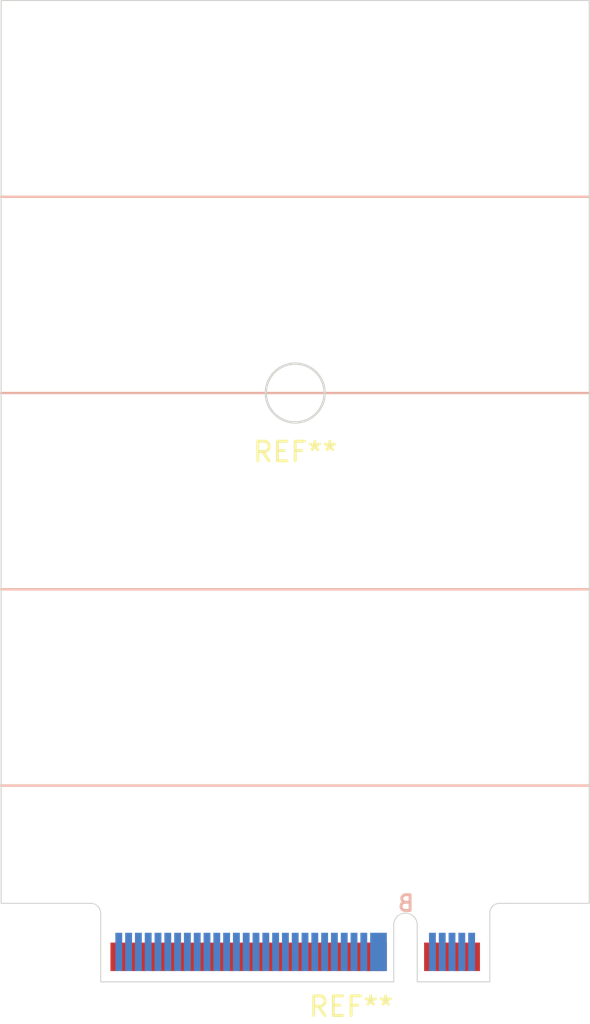
<source format=kicad_pcb>
(kicad_pcb (version 20211014) (generator pcbnew)
  (layers (0 "F.Cu" signal) (31 "B.Cu" signal) (34 "B.Paste" user) (35 "F.Paste" user) (36 "B.SilkS" user "B.Silkscreen") (37 "F.SilkS" user "F.Silkscreen") (38 "B.Mask" user) (39 "F.Mask" user) (44 "Edge.Cuts" user))
  (net 0 "")
  (footprint "ngff:NGFF_3050" (layer "F.Cu") (at 100 100)
    (fp_text reference "NGFF3050")
    (fp_text value "REF**" (at 0 -27) (layer "F.SilkS"))
    (fp_line (start -15 -20) (end 15 -20) (layer "B.SilkS") (width 0.12))
    (fp_line (start 15 -30) (end -15 -30) (layer "B.SilkS") (width 0.12))
    (fp_line (start -15 -10) (end 15 -10) (layer "B.SilkS") (width 0.12))
    (fp_line (start -15 -40) (end 15 -40) (layer "B.SilkS") (width 0.12))
    (fp_line (start 15 -50) (end 15 -4) (layer "Edge.Cuts") (width 0.05))
    (fp_line (start -15 -50) (end -15 -4) (layer "Edge.Cuts") (width 0.05))
    (fp_line (start -11 -4) (end -15 -4) (layer "Edge.Cuts") (width 0.05))
    (fp_line (start 15 -4) (end 11 -4) (layer "Edge.Cuts") (width 0.05))
    (fp_line (start 15 -50) (end -15 -50) (layer "Edge.Cuts") (width 0.05))
    (fp_circle (center 0 -30) (end 1.5 -30) (layer "Edge.Cuts") (width 0.12) (fill none))
  )
  (footprint "ngff:NGFF_B" (layer "F.Cu") (at 100 100)
    (fp_text reference "REF**" (at 2.85 1.26) (layer "F.SilkS"))
    (fp_text value "STOP_B")
    (fp_text user "B" (at 5.65 -4) (layer "B.SilkS") (effects (font (size 0.8 0.8)) (justify mirror)))
    (fp_line (start 0 0) (end 5.025 0) (layer "Edge.Cuts") (width 0.05))
    (fp_line (start 6.225 0) (end 9.925 0) (layer "Edge.Cuts") (width 0.05))
    (fp_line (start -11 -4) (end -10.425 -4) (layer "Edge.Cuts") (width 0.05))
    (fp_line (start 9.925 0) (end 9.925 -3.5) (layer "Edge.Cuts") (width 0.05))
    (fp_line (start 10.425 -4) (end 11 -4) (layer "Edge.Cuts") (width 0.05))
    (fp_line (start 5.025 0) (end 5.025 -2.9) (layer "Edge.Cuts") (width 0.05))
    (fp_line (start -9.925 -3.5) (end -9.925 0) (layer "Edge.Cuts") (width 0.05))
    (fp_line (start -9.925 0) (end 0 0) (layer "Edge.Cuts") (width 0.05))
    (fp_line (start 6.225 -2.9) (end 6.225 0) (layer "Edge.Cuts") (width 0.05))
    (fp_arc (start -10.425 -4) (mid -10.071447 -3.853553) (end -9.925 -3.5) (layer "Edge.Cuts") (width 0.05))
    (fp_arc (start 9.925 -3.5) (mid 10.071447 -3.853553) (end 10.425 -4) (layer "Edge.Cuts") (width 0.05))
    (fp_arc (start 5.025 -2.9) (mid 5.625 -3.5) (end 6.225 -2.9) (layer "Edge.Cuts") (width 0.05))
    (pad "" smd rect (at 4.18 -1.275) (size 1 1.45) (layers "F.Cu"))
    (pad "" smd rect (at 4.275 -1.525) (size 0.35 1.95) (layers "B.Cu"))
    (pad "1" smd rect (at 9.25 -1.275) (size 0.35 1.45) (layers "F.Cu"))
    (pad "2" smd rect (at 9 -1.525) (size 0.35 1.95) (layers "B.Cu"))
    (pad "3" smd rect (at 8.75 -1.275) (size 0.35 1.45) (layers "F.Cu"))
    (pad "4" smd rect (at 8.5 -1.525) (size 0.35 1.95) (layers "B.Cu"))
    (pad "5" smd rect (at 8.25 -1.275) (size 0.35 1.45) (layers "F.Cu"))
    (pad "6" smd rect (at 8 -1.525) (size 0.35 1.95) (layers "B.Cu"))
    (pad "7" smd rect (at 7.75 -1.275) (size 0.35 1.45) (layers "F.Cu"))
    (pad "8" smd rect (at 7.5 -1.525) (size 0.35 1.95) (layers "B.Cu"))
    (pad "9" smd rect (at 7.25 -1.275) (size 0.35 1.45) (layers "F.Cu"))
    (pad "10" smd rect (at 7 -1.525) (size 0.35 1.95) (layers "B.Cu"))
    (pad "11" smd rect (at 6.75 -1.275) (size 0.35 1.45) (layers "F.Cu"))
    (pad "20" smd rect (at 4.5 -1.525) (size 0.35 1.95) (layers "B.Cu"))
    (pad "21" smd rect (at 4.25 -1.275) (size 0.35 1.45) (layers "F.Cu"))
    (pad "22" smd rect (at 4 -1.525) (size 0.35 1.95) (layers "B.Cu"))
    (pad "23" smd rect (at 3.75 -1.275) (size 0.35 1.45) (layers "F.Cu"))
    (pad "24" smd rect (at 3.5 -1.525) (size 0.35 1.95) (layers "B.Cu"))
    (pad "25" smd rect (at 3.25 -1.275) (size 0.35 1.45) (layers "F.Cu"))
    (pad "26" smd rect (at 3 -1.525) (size 0.35 1.95) (layers "B.Cu"))
    (pad "27" smd rect (at 2.75 -1.275) (size 0.35 1.45) (layers "F.Cu"))
    (pad "28" smd rect (at 2.5 -1.525) (size 0.35 1.95) (layers "B.Cu"))
    (pad "29" smd rect (at 2.25 -1.275) (size 0.35 1.45) (layers "F.Cu"))
    (pad "30" smd rect (at 2 -1.525) (size 0.35 1.95) (layers "B.Cu"))
    (pad "31" smd rect (at 1.75 -1.275) (size 0.35 1.45) (layers "F.Cu"))
    (pad "32" smd rect (at 1.5 -1.525) (size 0.35 1.95) (layers "B.Cu"))
    (pad "33" smd rect (at 1.25 -1.275) (size 0.35 1.45) (layers "F.Cu"))
    (pad "34" smd rect (at 1 -1.525) (size 0.35 1.95) (layers "B.Cu"))
    (pad "35" smd rect (at 0.75 -1.275) (size 0.35 1.45) (layers "F.Cu"))
    (pad "36" smd rect (at 0.5 -1.525) (size 0.35 1.95) (layers "B.Cu"))
    (pad "37" smd rect (at 0.25 -1.275) (size 0.35 1.45) (layers "F.Cu"))
    (pad "38" smd rect (at 0 -1.525) (size 0.35 1.95) (layers "B.Cu"))
    (pad "39" smd rect (at -0.25 -1.275) (size 0.35 1.45) (layers "F.Cu"))
    (pad "40" smd rect (at -0.5 -1.525) (size 0.35 1.95) (layers "B.Cu"))
    (pad "41" smd rect (at -0.75 -1.275) (size 0.35 1.45) (layers "F.Cu"))
    (pad "42" smd rect (at -1 -1.525) (size 0.35 1.95) (layers "B.Cu"))
    (pad "43" smd rect (at -1.25 -1.275) (size 0.35 1.45) (layers "F.Cu"))
    (pad "44" smd rect (at -1.5 -1.525) (size 0.35 1.95) (layers "B.Cu"))
    (pad "45" smd rect (at -1.75 -1.275) (size 0.35 1.45) (layers "F.Cu"))
    (pad "46" smd rect (at -2 -1.525) (size 0.35 1.95) (layers "B.Cu"))
    (pad "47" smd rect (at -2.25 -1.275) (size 0.35 1.45) (layers "F.Cu"))
    (pad "48" smd rect (at -2.5 -1.525) (size 0.35 1.95) (layers "B.Cu"))
    (pad "49" smd rect (at -2.75 -1.275) (size 0.35 1.45) (layers "F.Cu"))
    (pad "50" smd rect (at -3 -1.525) (size 0.35 1.95) (layers "B.Cu"))
    (pad "51" smd rect (at -3.25 -1.275) (size 0.35 1.45) (layers "F.Cu"))
    (pad "52" smd rect (at -3.5 -1.525) (size 0.35 1.95) (layers "B.Cu"))
    (pad "53" smd rect (at -3.75 -1.275) (size 0.35 1.45) (layers "F.Cu"))
    (pad "54" smd rect (at -4 -1.525) (size 0.35 1.95) (layers "B.Cu"))
    (pad "55" smd rect (at -4.25 -1.275) (size 0.35 1.45) (layers "F.Cu"))
    (pad "56" smd rect (at -4.5 -1.525) (size 0.35 1.95) (layers "B.Cu"))
    (pad "57" smd rect (at -4.75 -1.275) (size 0.35 1.45) (layers "F.Cu"))
    (pad "58" smd rect (at -5 -1.525) (size 0.35 1.95) (layers "B.Cu"))
    (pad "59" smd rect (at -5.25 -1.275) (size 0.35 1.45) (layers "F.Cu"))
    (pad "60" smd rect (at -5.5 -1.525) (size 0.35 1.95) (layers "B.Cu"))
    (pad "61" smd rect (at -5.75 -1.275) (size 0.35 1.45) (layers "F.Cu"))
    (pad "62" smd rect (at -6 -1.525) (size 0.35 1.95) (layers "B.Cu"))
    (pad "63" smd rect (at -6.25 -1.275) (size 0.35 1.45) (layers "F.Cu"))
    (pad "64" smd rect (at -6.5 -1.525) (size 0.35 1.95) (layers "B.Cu"))
    (pad "65" smd rect (at -6.75 -1.275) (size 0.35 1.45) (layers "F.Cu"))
    (pad "66" smd rect (at -7 -1.525) (size 0.35 1.95) (layers "B.Cu"))
    (pad "67" smd rect (at -7.25 -1.275) (size 0.35 1.45) (layers "F.Cu"))
    (pad "68" smd rect (at -7.5 -1.525) (size 0.35 1.95) (layers "B.Cu"))
    (pad "69" smd rect (at -7.75 -1.275) (size 0.35 1.45) (layers "F.Cu"))
    (pad "70" smd rect (at -8 -1.525) (size 0.35 1.95) (layers "B.Cu"))
    (pad "71" smd rect (at -8.25 -1.275) (size 0.35 1.45) (layers "F.Cu"))
    (pad "72" smd rect (at -8.5 -1.525) (size 0.35 1.95) (layers "B.Cu"))
    (pad "73" smd rect (at -8.75 -1.275) (size 0.35 1.45) (layers "F.Cu"))
    (pad "74" smd rect (at -9 -1.525) (size 0.35 1.95) (layers "B.Cu"))
    (pad "75" smd rect (at -9.25 -1.275) (size 0.35 1.45) (layers "F.Cu"))
  )
)
</source>
